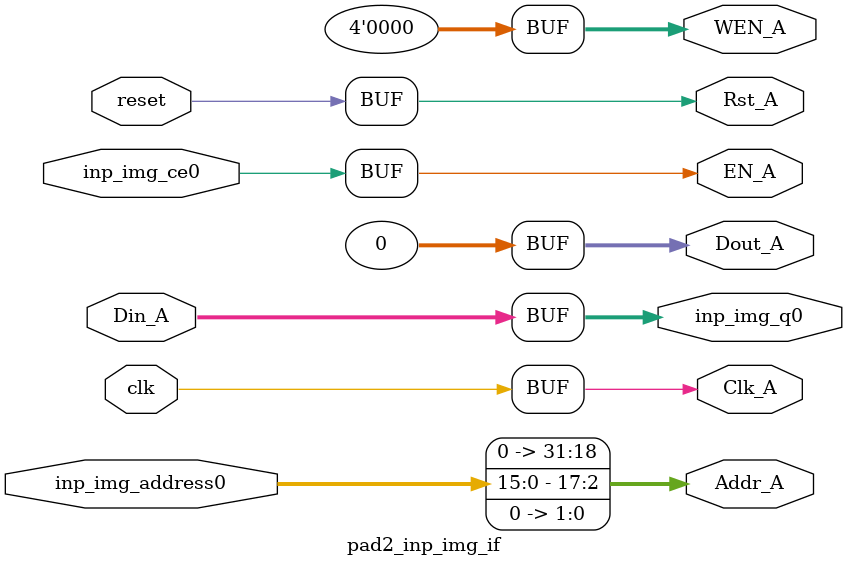
<source format=v>

`timescale 1ns/1ps

module pad2_inp_img_if (
    // system singals
    input  wire        clk,
    input  wire        reset,
    // user signals
    input  wire [15:0] inp_img_address0,
    input  wire        inp_img_ce0,
    output wire [31:0] inp_img_q0,
    // bus signals
    output wire        Clk_A,
    output wire        Rst_A,
    output wire        EN_A,
    output wire [3:0]  WEN_A,
    output wire [31:0] Addr_A,
    output wire [31:0] Dout_A,
    input  wire [31:0] Din_A
);
//------------------------Body---------------------------
assign Clk_A      = clk;
assign Rst_A      = reset;
assign EN_A       = inp_img_ce0;
assign Addr_A     = {inp_img_address0, 2'b0};
assign WEN_A      = 4'b0;
assign Dout_A     = 32'b0;
assign inp_img_q0 = Din_A[31:0];

endmodule

</source>
